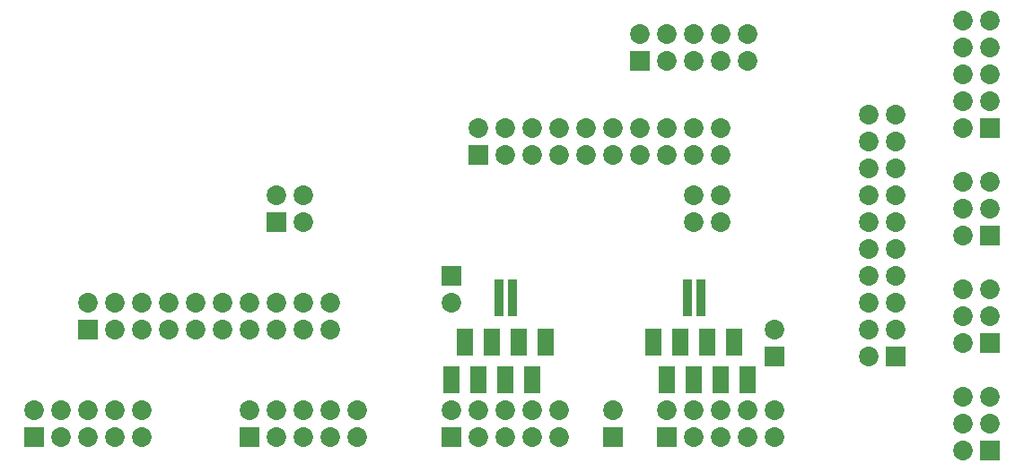
<source format=gbs>
%FSLAX44Y44*%
%MOMM*%
G71*
G01*
G75*
%ADD10C,0.2540*%
%ADD11R,0.3500X2.2000*%
%ADD12R,1.5000X1.3000*%
%ADD13O,0.3500X2.2000*%
%ADD14R,1.1000X1.0000*%
%ADD15R,1.0000X1.1000*%
%ADD16R,0.9500X0.9000*%
%ADD17R,0.9000X0.9500*%
%ADD18R,1.8000X1.7000*%
%ADD19R,1.7000X1.8000*%
%ADD20O,0.6350X2.0320*%
%ADD21R,0.6350X2.0320*%
%ADD22R,1.3000X1.5000*%
%ADD23C,0.5080*%
%ADD24C,0.3810*%
%ADD25R,2.5400X4.6990*%
%ADD26C,0.8000*%
%ADD27R,1.5240X1.5240*%
%ADD28C,1.5000*%
%ADD29R,1.5000X1.5000*%
%ADD30C,1.5000*%
%ADD31C,1.0000*%
%ADD32C,1.0000*%
%ADD33R,1.2000X1.0000*%
%ADD34R,0.5500X0.3860*%
%ADD35R,0.5500X0.4860*%
%ADD36C,0.2000*%
%ADD37C,0.2032*%
%ADD38R,0.7056X2.5556*%
%ADD39R,1.8556X1.6556*%
%ADD40O,0.7056X2.5556*%
%ADD41R,1.4556X1.3556*%
%ADD42R,1.3556X1.4556*%
%ADD43R,1.3056X1.2556*%
%ADD44R,1.2556X1.3056*%
%ADD45R,2.1556X2.0556*%
%ADD46R,2.0556X2.1556*%
%ADD47O,0.9906X2.3876*%
%ADD48R,0.9906X2.3876*%
%ADD49R,1.6556X1.8556*%
%ADD50R,1.8796X1.8796*%
%ADD51C,1.8556*%
%ADD52R,1.8556X1.8556*%
%ADD53C,1.8556*%
%ADD54R,1.5556X1.3556*%
%ADD55R,0.9056X0.7416*%
%ADD56R,0.9056X0.8416*%
D51*
X876300Y736600D02*
D03*
X850900Y381000D02*
D03*
X977900Y736600D02*
D03*
Y711200D02*
D03*
X952500Y736600D02*
D03*
Y711200D02*
D03*
X927100Y736600D02*
D03*
Y711200D02*
D03*
X901700Y736600D02*
D03*
Y711200D02*
D03*
X1003300Y457200D02*
D03*
Y381000D02*
D03*
X800100D02*
D03*
X1003300Y355600D02*
D03*
X800100D02*
D03*
X1181100Y749300D02*
D03*
X1206500D02*
D03*
X1181100Y723900D02*
D03*
X1206500D02*
D03*
X1181100Y698500D02*
D03*
X1206500D02*
D03*
X1181100Y673100D02*
D03*
X1206500D02*
D03*
X1181100Y647700D02*
D03*
X1092200Y431800D02*
D03*
X1117600Y457200D02*
D03*
X1092200D02*
D03*
X1117600Y482600D02*
D03*
X1092200D02*
D03*
X1117600Y508000D02*
D03*
X1092200D02*
D03*
X1117600Y533400D02*
D03*
X1092200D02*
D03*
X1117600Y558800D02*
D03*
X1092200D02*
D03*
X1117600Y584200D02*
D03*
X1092200D02*
D03*
X1117600Y609600D02*
D03*
X1092200D02*
D03*
X1117600Y635000D02*
D03*
X1092200D02*
D03*
X1117600Y660400D02*
D03*
X1092200D02*
D03*
X774700Y381000D02*
D03*
Y355600D02*
D03*
X723900Y381000D02*
D03*
X698500D02*
D03*
X1206500Y495300D02*
D03*
X1181100Y596900D02*
D03*
X1206500D02*
D03*
X1181100Y571500D02*
D03*
X1206500D02*
D03*
X1181100Y546100D02*
D03*
Y393700D02*
D03*
X1206500D02*
D03*
X1181100Y368300D02*
D03*
X1206500D02*
D03*
X1181100Y342900D02*
D03*
Y495300D02*
D03*
Y469900D02*
D03*
X1206500D02*
D03*
X1181100Y444500D02*
D03*
X698500Y482600D02*
D03*
X558800Y584200D02*
D03*
Y558800D02*
D03*
X533400Y584200D02*
D03*
X355600Y482600D02*
D03*
X381000Y457200D02*
D03*
Y482600D02*
D03*
X406400Y457200D02*
D03*
Y482600D02*
D03*
X431800Y457200D02*
D03*
Y482600D02*
D03*
X457200Y457200D02*
D03*
Y482600D02*
D03*
X482600Y457200D02*
D03*
Y482600D02*
D03*
X508000Y457200D02*
D03*
Y482600D02*
D03*
X533400Y457200D02*
D03*
Y482600D02*
D03*
X558800Y457200D02*
D03*
Y482600D02*
D03*
X584200Y457200D02*
D03*
Y482600D02*
D03*
X609600Y381000D02*
D03*
Y355600D02*
D03*
X584200Y381000D02*
D03*
Y355600D02*
D03*
X558800Y381000D02*
D03*
Y355600D02*
D03*
X533400Y381000D02*
D03*
Y355600D02*
D03*
X508000Y381000D02*
D03*
X406400D02*
D03*
Y355600D02*
D03*
X381000Y381000D02*
D03*
Y355600D02*
D03*
X355600Y381000D02*
D03*
Y355600D02*
D03*
X330200Y381000D02*
D03*
Y355600D02*
D03*
X304800Y381000D02*
D03*
X723900Y355600D02*
D03*
X749300D02*
D03*
Y381000D02*
D03*
X901700D02*
D03*
X927100Y355600D02*
D03*
Y381000D02*
D03*
X952500Y355600D02*
D03*
Y381000D02*
D03*
X977900Y355600D02*
D03*
Y381000D02*
D03*
X927100Y584200D02*
D03*
X952500Y558800D02*
D03*
Y584200D02*
D03*
Y647700D02*
D03*
Y622300D02*
D03*
X927100Y647700D02*
D03*
Y622300D02*
D03*
X901700Y647700D02*
D03*
Y622300D02*
D03*
X876300Y647700D02*
D03*
Y622300D02*
D03*
X850900Y647700D02*
D03*
Y622300D02*
D03*
X825500Y647700D02*
D03*
Y622300D02*
D03*
X800100Y647700D02*
D03*
Y622300D02*
D03*
X774700Y647700D02*
D03*
Y622300D02*
D03*
X749300Y647700D02*
D03*
Y622300D02*
D03*
X723900Y647700D02*
D03*
D52*
X876300Y711200D02*
D03*
X850900Y355600D02*
D03*
X1003300Y431800D02*
D03*
X1206500Y647700D02*
D03*
X1117600Y431800D02*
D03*
X698500Y355600D02*
D03*
X1206500Y546100D02*
D03*
Y342900D02*
D03*
Y444500D02*
D03*
X698500Y508000D02*
D03*
X533400Y558800D02*
D03*
X355600Y457200D02*
D03*
X508000Y355600D02*
D03*
X304800D02*
D03*
X901700D02*
D03*
X723900Y622300D02*
D03*
D53*
X927100Y558800D02*
D03*
D54*
X787400Y439770D02*
D03*
Y451770D02*
D03*
X711200Y439770D02*
D03*
Y451770D02*
D03*
X698500Y404210D02*
D03*
Y416210D02*
D03*
X736600Y439770D02*
D03*
Y451770D02*
D03*
X723900Y404210D02*
D03*
Y416210D02*
D03*
X762000Y439770D02*
D03*
Y451770D02*
D03*
X749300Y404210D02*
D03*
Y416210D02*
D03*
X774700Y404210D02*
D03*
Y416210D02*
D03*
X889000Y439770D02*
D03*
Y451770D02*
D03*
X901700Y404210D02*
D03*
Y416210D02*
D03*
X914400Y439770D02*
D03*
Y451770D02*
D03*
X927100Y404210D02*
D03*
Y416210D02*
D03*
X939800Y439770D02*
D03*
Y451770D02*
D03*
X952500Y404210D02*
D03*
Y416210D02*
D03*
X965200Y439770D02*
D03*
Y451770D02*
D03*
X977900Y404210D02*
D03*
Y416210D02*
D03*
D55*
X920750Y487680D02*
D03*
Y494080D02*
D03*
Y481280D02*
D03*
X933450D02*
D03*
Y487680D02*
D03*
Y494080D02*
D03*
X742950D02*
D03*
Y487680D02*
D03*
Y481280D02*
D03*
X755650D02*
D03*
Y487680D02*
D03*
Y494080D02*
D03*
D56*
X933460Y500980D02*
D03*
X920750D02*
D03*
X933450Y474380D02*
D03*
X920750D02*
D03*
X755660Y500980D02*
D03*
X742950D02*
D03*
X755650Y474380D02*
D03*
X742950D02*
D03*
M02*

</source>
